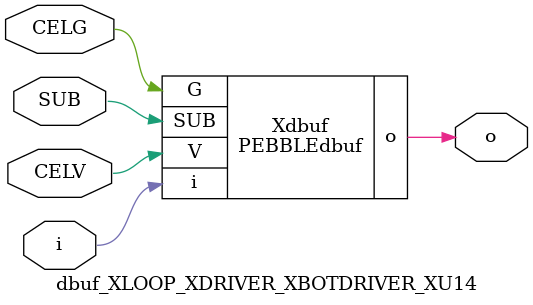
<source format=v>



module PEBBLEdbuf ( o, G, SUB, V, i );

  input V;
  input i;
  input G;
  output o;
  input SUB;
endmodule

//Celera Confidential Do Not Copy dbuf_XLOOP_XDRIVER_XBOTDRIVER_XU14
//Celera Confidential Symbol Generator
//Digital Buffer
module dbuf_XLOOP_XDRIVER_XBOTDRIVER_XU14 (CELV,CELG,i,o,SUB);
input CELV;
input CELG;
input i;
input SUB;
output o;

//Celera Confidential Do Not Copy dbuf
PEBBLEdbuf Xdbuf(
.V (CELV),
.i (i),
.o (o),
.SUB (SUB),
.G (CELG)
);
//,diesize,PEBBLEdbuf

//Celera Confidential Do Not Copy Module End
//Celera Schematic Generator
endmodule

</source>
